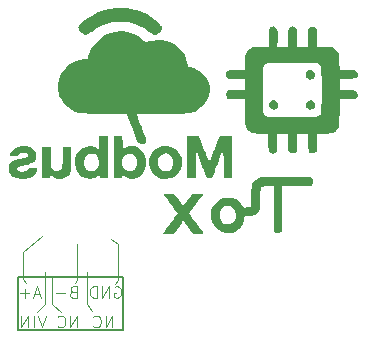
<source format=gbo>
%TF.GenerationSoftware,KiCad,Pcbnew,9.0.7*%
%TF.CreationDate,2026-01-28T21:35:42+01:00*%
%TF.ProjectId,modbus-to-x,6d6f6462-7573-42d7-946f-2d782e6b6963,rev?*%
%TF.SameCoordinates,Original*%
%TF.FileFunction,Legend,Bot*%
%TF.FilePolarity,Positive*%
%FSLAX46Y46*%
G04 Gerber Fmt 4.6, Leading zero omitted, Abs format (unit mm)*
G04 Created by KiCad (PCBNEW 9.0.7) date 2026-01-28 21:35:42*
%MOMM*%
%LPD*%
G01*
G04 APERTURE LIST*
%ADD10C,0.100000*%
%ADD11C,0.150000*%
%ADD12C,0.000000*%
G04 APERTURE END LIST*
D10*
X103000000Y-132400000D02*
X103700000Y-131700000D01*
X109600000Y-130000000D02*
X109900000Y-129700000D01*
X103700000Y-129100000D02*
X103651578Y-129003157D01*
X106200000Y-129900000D02*
X106400000Y-129700000D01*
D11*
X101400000Y-129400000D02*
X110300000Y-129400000D01*
X110300000Y-133900000D01*
X101400000Y-133900000D01*
X101400000Y-129400000D01*
D10*
X101800000Y-127300000D02*
X103438840Y-125919925D01*
X109900000Y-129700000D02*
X109900000Y-126650000D01*
X101800000Y-129600000D02*
X101800000Y-127300000D01*
X103700000Y-129100000D02*
X103700000Y-131700000D01*
X106400000Y-129700000D02*
X106400000Y-126600000D01*
X101800000Y-129600000D02*
X102100000Y-129900000D01*
X104300000Y-129400000D02*
X104300000Y-131700000D01*
X105000000Y-132400000D02*
X104300000Y-131700000D01*
X107200000Y-131700000D02*
X107200000Y-129000000D01*
X107700000Y-132300000D02*
X107200000Y-131700000D01*
X109900000Y-126650000D02*
X109248694Y-126165055D01*
X103243734Y-130886704D02*
X102767544Y-130886704D01*
X103338972Y-131172419D02*
X103005639Y-130172419D01*
X103005639Y-130172419D02*
X102672306Y-131172419D01*
X102338972Y-130791466D02*
X101577068Y-130791466D01*
X101958020Y-131172419D02*
X101958020Y-130410514D01*
X109396115Y-133672419D02*
X109396115Y-132672419D01*
X109396115Y-132672419D02*
X108824687Y-133672419D01*
X108824687Y-133672419D02*
X108824687Y-132672419D01*
X107777068Y-133577180D02*
X107824687Y-133624800D01*
X107824687Y-133624800D02*
X107967544Y-133672419D01*
X107967544Y-133672419D02*
X108062782Y-133672419D01*
X108062782Y-133672419D02*
X108205639Y-133624800D01*
X108205639Y-133624800D02*
X108300877Y-133529561D01*
X108300877Y-133529561D02*
X108348496Y-133434323D01*
X108348496Y-133434323D02*
X108396115Y-133243847D01*
X108396115Y-133243847D02*
X108396115Y-133100990D01*
X108396115Y-133100990D02*
X108348496Y-132910514D01*
X108348496Y-132910514D02*
X108300877Y-132815276D01*
X108300877Y-132815276D02*
X108205639Y-132720038D01*
X108205639Y-132720038D02*
X108062782Y-132672419D01*
X108062782Y-132672419D02*
X107967544Y-132672419D01*
X107967544Y-132672419D02*
X107824687Y-132720038D01*
X107824687Y-132720038D02*
X107777068Y-132767657D01*
X109572306Y-130220038D02*
X109667544Y-130172419D01*
X109667544Y-130172419D02*
X109810401Y-130172419D01*
X109810401Y-130172419D02*
X109953258Y-130220038D01*
X109953258Y-130220038D02*
X110048496Y-130315276D01*
X110048496Y-130315276D02*
X110096115Y-130410514D01*
X110096115Y-130410514D02*
X110143734Y-130600990D01*
X110143734Y-130600990D02*
X110143734Y-130743847D01*
X110143734Y-130743847D02*
X110096115Y-130934323D01*
X110096115Y-130934323D02*
X110048496Y-131029561D01*
X110048496Y-131029561D02*
X109953258Y-131124800D01*
X109953258Y-131124800D02*
X109810401Y-131172419D01*
X109810401Y-131172419D02*
X109715163Y-131172419D01*
X109715163Y-131172419D02*
X109572306Y-131124800D01*
X109572306Y-131124800D02*
X109524687Y-131077180D01*
X109524687Y-131077180D02*
X109524687Y-130743847D01*
X109524687Y-130743847D02*
X109715163Y-130743847D01*
X109096115Y-131172419D02*
X109096115Y-130172419D01*
X109096115Y-130172419D02*
X108524687Y-131172419D01*
X108524687Y-131172419D02*
X108524687Y-130172419D01*
X108048496Y-131172419D02*
X108048496Y-130172419D01*
X108048496Y-130172419D02*
X107810401Y-130172419D01*
X107810401Y-130172419D02*
X107667544Y-130220038D01*
X107667544Y-130220038D02*
X107572306Y-130315276D01*
X107572306Y-130315276D02*
X107524687Y-130410514D01*
X107524687Y-130410514D02*
X107477068Y-130600990D01*
X107477068Y-130600990D02*
X107477068Y-130743847D01*
X107477068Y-130743847D02*
X107524687Y-130934323D01*
X107524687Y-130934323D02*
X107572306Y-131029561D01*
X107572306Y-131029561D02*
X107667544Y-131124800D01*
X107667544Y-131124800D02*
X107810401Y-131172419D01*
X107810401Y-131172419D02*
X108048496Y-131172419D01*
X106062782Y-130648609D02*
X105919925Y-130696228D01*
X105919925Y-130696228D02*
X105872306Y-130743847D01*
X105872306Y-130743847D02*
X105824687Y-130839085D01*
X105824687Y-130839085D02*
X105824687Y-130981942D01*
X105824687Y-130981942D02*
X105872306Y-131077180D01*
X105872306Y-131077180D02*
X105919925Y-131124800D01*
X105919925Y-131124800D02*
X106015163Y-131172419D01*
X106015163Y-131172419D02*
X106396115Y-131172419D01*
X106396115Y-131172419D02*
X106396115Y-130172419D01*
X106396115Y-130172419D02*
X106062782Y-130172419D01*
X106062782Y-130172419D02*
X105967544Y-130220038D01*
X105967544Y-130220038D02*
X105919925Y-130267657D01*
X105919925Y-130267657D02*
X105872306Y-130362895D01*
X105872306Y-130362895D02*
X105872306Y-130458133D01*
X105872306Y-130458133D02*
X105919925Y-130553371D01*
X105919925Y-130553371D02*
X105967544Y-130600990D01*
X105967544Y-130600990D02*
X106062782Y-130648609D01*
X106062782Y-130648609D02*
X106396115Y-130648609D01*
X105396115Y-130791466D02*
X104634211Y-130791466D01*
X106396115Y-133672419D02*
X106396115Y-132672419D01*
X106396115Y-132672419D02*
X105824687Y-133672419D01*
X105824687Y-133672419D02*
X105824687Y-132672419D01*
X104777068Y-133577180D02*
X104824687Y-133624800D01*
X104824687Y-133624800D02*
X104967544Y-133672419D01*
X104967544Y-133672419D02*
X105062782Y-133672419D01*
X105062782Y-133672419D02*
X105205639Y-133624800D01*
X105205639Y-133624800D02*
X105300877Y-133529561D01*
X105300877Y-133529561D02*
X105348496Y-133434323D01*
X105348496Y-133434323D02*
X105396115Y-133243847D01*
X105396115Y-133243847D02*
X105396115Y-133100990D01*
X105396115Y-133100990D02*
X105348496Y-132910514D01*
X105348496Y-132910514D02*
X105300877Y-132815276D01*
X105300877Y-132815276D02*
X105205639Y-132720038D01*
X105205639Y-132720038D02*
X105062782Y-132672419D01*
X105062782Y-132672419D02*
X104967544Y-132672419D01*
X104967544Y-132672419D02*
X104824687Y-132720038D01*
X104824687Y-132720038D02*
X104777068Y-132767657D01*
X103738972Y-132672419D02*
X103405639Y-133672419D01*
X103405639Y-133672419D02*
X103072306Y-132672419D01*
X102738972Y-133672419D02*
X102738972Y-132672419D01*
X102262782Y-133672419D02*
X102262782Y-132672419D01*
X102262782Y-132672419D02*
X101691354Y-133672419D01*
X101691354Y-133672419D02*
X101691354Y-132672419D01*
D12*
%TO.C,G\u002A\u002A\u002A*%
G36*
X126357002Y-114512879D02*
G01*
X126425557Y-114557941D01*
X126521957Y-114680465D01*
X126557755Y-114828001D01*
X126530410Y-114981315D01*
X126437379Y-115121173D01*
X126398934Y-115157087D01*
X126294074Y-115218922D01*
X126160835Y-115235398D01*
X126010687Y-115208094D01*
X125881556Y-115124941D01*
X125797361Y-115002495D01*
X125765091Y-114857625D01*
X125791738Y-114707199D01*
X125884291Y-114568084D01*
X126022301Y-114475838D01*
X126181576Y-114456423D01*
X126357002Y-114512879D01*
G37*
G36*
X126209352Y-111876889D02*
G01*
X126329191Y-111926509D01*
X126439467Y-112025550D01*
X126520248Y-112151976D01*
X126551604Y-112283752D01*
X126539478Y-112414033D01*
X126480799Y-112542278D01*
X126365007Y-112634485D01*
X126329599Y-112651987D01*
X126163020Y-112690794D01*
X126010497Y-112661830D01*
X125885397Y-112573659D01*
X125801087Y-112434843D01*
X125770935Y-112253944D01*
X125796045Y-112127967D01*
X125883484Y-111997610D01*
X126017620Y-111908065D01*
X126181712Y-111874783D01*
X126209352Y-111876889D01*
G37*
G36*
X123126937Y-114463602D02*
G01*
X123200162Y-114501796D01*
X123292589Y-114586721D01*
X123341691Y-114637209D01*
X123401448Y-114715322D01*
X123421130Y-114790388D01*
X123413327Y-114894505D01*
X123380846Y-115019656D01*
X123288918Y-115147414D01*
X123216201Y-115197275D01*
X123069474Y-115239305D01*
X122923262Y-115221399D01*
X122792872Y-115153225D01*
X122693611Y-115044449D01*
X122640786Y-114904738D01*
X122649706Y-114743758D01*
X122703232Y-114621751D01*
X122818815Y-114517334D01*
X122991480Y-114465088D01*
X123041399Y-114459408D01*
X123126937Y-114463602D01*
G37*
G36*
X104160673Y-119231013D02*
G01*
X104160693Y-119280270D01*
X104161511Y-119547965D01*
X104164181Y-119750664D01*
X104169612Y-119899719D01*
X104178712Y-120006479D01*
X104192387Y-120082295D01*
X104211547Y-120138519D01*
X104237099Y-120186501D01*
X104260049Y-120220749D01*
X104397472Y-120348038D01*
X104570932Y-120419003D01*
X104760709Y-120428508D01*
X104947085Y-120371418D01*
X105002533Y-120338679D01*
X105060381Y-120286772D01*
X105103986Y-120215271D01*
X105135295Y-120114423D01*
X105156255Y-119974474D01*
X105168816Y-119785673D01*
X105174924Y-119538266D01*
X105176527Y-119222499D01*
X105176527Y-118400629D01*
X105547758Y-118400629D01*
X105918989Y-118400629D01*
X105918989Y-119331382D01*
X105918773Y-119477342D01*
X105915675Y-119799124D01*
X105907459Y-120056811D01*
X105892295Y-120260469D01*
X105868352Y-120420165D01*
X105833800Y-120545967D01*
X105786808Y-120647940D01*
X105725545Y-120736151D01*
X105648182Y-120820667D01*
X105596049Y-120867782D01*
X105459740Y-120964562D01*
X105327950Y-121030351D01*
X105087943Y-121087411D01*
X104804860Y-121087886D01*
X104534773Y-121018316D01*
X104292238Y-120880804D01*
X104205414Y-120817334D01*
X104149070Y-120791857D01*
X104125931Y-120819341D01*
X104121450Y-120901552D01*
X104121450Y-121018783D01*
X103769758Y-121018783D01*
X103418066Y-121018783D01*
X103418066Y-119709706D01*
X103418066Y-118400629D01*
X103789297Y-118400629D01*
X104160527Y-118400629D01*
X104160673Y-119231013D01*
G37*
G36*
X115277699Y-119951292D02*
G01*
X115201232Y-120239952D01*
X115067513Y-120503059D01*
X114880754Y-120730277D01*
X114645163Y-120911271D01*
X114364952Y-121035706D01*
X114358090Y-121037756D01*
X114223555Y-121065173D01*
X114049276Y-121085079D01*
X113871143Y-121093287D01*
X113630052Y-121077252D01*
X113319801Y-120997044D01*
X113050120Y-120853175D01*
X112826460Y-120649784D01*
X112654268Y-120391014D01*
X112538995Y-120081004D01*
X112498965Y-119850033D01*
X112501555Y-119692032D01*
X113238943Y-119692032D01*
X113261731Y-119911486D01*
X113336861Y-120112440D01*
X113461500Y-120279493D01*
X113632815Y-120397247D01*
X113751005Y-120440611D01*
X113961496Y-120462154D01*
X114158769Y-120406679D01*
X114342149Y-120274302D01*
X114444508Y-120140966D01*
X114523403Y-119937791D01*
X114548366Y-119709722D01*
X114517763Y-119475734D01*
X114429961Y-119254802D01*
X114424595Y-119245450D01*
X114292864Y-119089868D01*
X114123932Y-118991211D01*
X113934505Y-118950576D01*
X113741289Y-118969063D01*
X113560989Y-119047768D01*
X113410309Y-119187790D01*
X113361723Y-119259216D01*
X113271329Y-119469476D01*
X113238943Y-119692032D01*
X112501555Y-119692032D01*
X112504298Y-119524723D01*
X112579839Y-119213829D01*
X112722325Y-118929070D01*
X112928493Y-118682166D01*
X113039665Y-118584649D01*
X113214905Y-118468026D01*
X113404980Y-118393365D01*
X113630036Y-118353688D01*
X113910220Y-118342013D01*
X114033769Y-118342810D01*
X114188337Y-118349408D01*
X114303989Y-118366283D01*
X114405067Y-118397689D01*
X114515912Y-118447880D01*
X114763828Y-118601817D01*
X114984678Y-118822103D01*
X115153554Y-119099657D01*
X115242040Y-119338658D01*
X115292705Y-119647416D01*
X115289628Y-119709722D01*
X115277699Y-119951292D01*
G37*
G36*
X109006066Y-121018783D02*
G01*
X108654374Y-121018783D01*
X108302681Y-121018783D01*
X108302681Y-120874702D01*
X108302681Y-120730622D01*
X108191560Y-120837083D01*
X108150360Y-120871723D01*
X108025657Y-120952318D01*
X107888714Y-121018412D01*
X107743968Y-121063561D01*
X107462272Y-121096133D01*
X107179877Y-121064597D01*
X106915569Y-120972033D01*
X106688132Y-120821522D01*
X106583392Y-120717610D01*
X106406709Y-120462947D01*
X106290954Y-120164493D01*
X106239367Y-119829405D01*
X106236946Y-119761587D01*
X106245149Y-119646825D01*
X106993885Y-119646825D01*
X106997804Y-119859850D01*
X107043176Y-120059166D01*
X107130814Y-120227788D01*
X107261534Y-120348733D01*
X107438269Y-120425522D01*
X107646758Y-120449230D01*
X107843359Y-120406254D01*
X108014919Y-120302231D01*
X108148287Y-120142795D01*
X108230312Y-119933583D01*
X108249501Y-119798764D01*
X108244574Y-119576849D01*
X108201807Y-119364963D01*
X108125630Y-119194383D01*
X108060427Y-119115567D01*
X107903380Y-119009251D01*
X107714646Y-118954998D01*
X107514982Y-118957313D01*
X107325149Y-119020701D01*
X107222714Y-119095352D01*
X107107154Y-119247592D01*
X107030607Y-119437078D01*
X106993885Y-119646825D01*
X106245149Y-119646825D01*
X106261205Y-119422205D01*
X106343712Y-119116381D01*
X106479123Y-118850796D01*
X106662098Y-118632127D01*
X106887295Y-118467053D01*
X107149372Y-118362254D01*
X107442989Y-118324408D01*
X107693611Y-118341930D01*
X107908549Y-118405685D01*
X108084216Y-118519991D01*
X108121743Y-118552096D01*
X108198015Y-118611523D01*
X108239455Y-118635090D01*
X108243782Y-118625599D01*
X108251620Y-118554759D01*
X108257907Y-118426030D01*
X108262087Y-118252920D01*
X108263604Y-118048937D01*
X108263604Y-117462783D01*
X108634835Y-117462783D01*
X109006066Y-117462783D01*
X109006066Y-119240783D01*
X109006066Y-119798764D01*
X109006066Y-121018783D01*
G37*
G36*
X110593502Y-106642147D02*
G01*
X110998884Y-106707000D01*
X111389736Y-106798923D01*
X111734912Y-106911560D01*
X111923309Y-106990318D01*
X112307065Y-107182084D01*
X112685897Y-107409230D01*
X113035606Y-107656642D01*
X113331997Y-107909205D01*
X113334654Y-107911746D01*
X113457889Y-108034745D01*
X113532094Y-108124899D01*
X113568433Y-108198692D01*
X113578066Y-108272607D01*
X113561092Y-108391337D01*
X113480471Y-108567785D01*
X113345075Y-108729948D01*
X113167758Y-108859441D01*
X113151672Y-108867991D01*
X113051586Y-108903144D01*
X112947301Y-108901242D01*
X112825832Y-108857956D01*
X112674196Y-108768954D01*
X112479406Y-108629908D01*
X112369765Y-108550439D01*
X112036002Y-108335944D01*
X111684143Y-108144970D01*
X111337285Y-107989360D01*
X111018527Y-107880955D01*
X110953235Y-107863854D01*
X110821090Y-107835056D01*
X110684130Y-107815536D01*
X110524034Y-107803676D01*
X110322479Y-107797861D01*
X110061143Y-107796473D01*
X110003993Y-107796561D01*
X109769348Y-107798377D01*
X109590563Y-107803949D01*
X109449170Y-107815261D01*
X109326703Y-107834294D01*
X109204696Y-107863032D01*
X109064681Y-107903457D01*
X108601788Y-108072626D01*
X108095824Y-108325233D01*
X107630694Y-108631134D01*
X107617625Y-108640953D01*
X107429711Y-108776084D01*
X107284381Y-108861707D01*
X107166741Y-108900137D01*
X107061899Y-108893689D01*
X106954961Y-108844677D01*
X106831036Y-108755416D01*
X106730624Y-108668073D01*
X106596982Y-108511655D01*
X106524579Y-108361476D01*
X106519497Y-108227834D01*
X106554505Y-108151203D01*
X106661288Y-108018377D01*
X106831622Y-107859230D01*
X107061240Y-107677632D01*
X107345878Y-107477459D01*
X107661681Y-107277668D01*
X108173363Y-107007331D01*
X108681364Y-106808514D01*
X109194962Y-106678482D01*
X109723436Y-106614500D01*
X110276066Y-106613834D01*
X110593502Y-106642147D01*
G37*
G36*
X112228306Y-119748549D02*
G01*
X112201785Y-120039343D01*
X112133177Y-120295571D01*
X112081922Y-120404857D01*
X111950324Y-120603872D01*
X111784951Y-120787339D01*
X111604743Y-120935548D01*
X111428640Y-121028788D01*
X111419336Y-121032020D01*
X111183816Y-121084468D01*
X110939554Y-121090386D01*
X110706309Y-121052871D01*
X110503846Y-120975022D01*
X110351926Y-120859940D01*
X110336450Y-120843346D01*
X110267924Y-120790844D01*
X110229465Y-120809873D01*
X110217450Y-120901552D01*
X110217450Y-121018783D01*
X109865758Y-121018783D01*
X109514066Y-121018783D01*
X109514066Y-119623504D01*
X110229529Y-119623504D01*
X110233181Y-119857758D01*
X110293505Y-120073253D01*
X110405389Y-120248218D01*
X110562824Y-120369213D01*
X110675254Y-120413397D01*
X110883341Y-120441470D01*
X111084452Y-120407304D01*
X111256215Y-120312720D01*
X111295206Y-120275142D01*
X111390581Y-120121901D01*
X111449367Y-119926356D01*
X111468943Y-119709937D01*
X111446690Y-119494074D01*
X111379989Y-119300196D01*
X111363854Y-119269761D01*
X111242029Y-119103787D01*
X111090058Y-119003737D01*
X110894438Y-118960152D01*
X110715017Y-118969510D01*
X110531603Y-119043400D01*
X110386041Y-119180529D01*
X110283595Y-119375648D01*
X110229529Y-119623504D01*
X109514066Y-119623504D01*
X109514066Y-119239316D01*
X109514066Y-117459850D01*
X109875527Y-117471085D01*
X110236989Y-117482321D01*
X110256527Y-118062969D01*
X110260725Y-118185681D01*
X110268119Y-118372817D01*
X110275902Y-118496986D01*
X110285891Y-118568231D01*
X110299900Y-118596590D01*
X110319744Y-118592104D01*
X110347237Y-118564813D01*
X110387194Y-118530019D01*
X110492418Y-118462764D01*
X110619204Y-118399629D01*
X110818815Y-118343172D01*
X111066785Y-118326791D01*
X111314827Y-118356636D01*
X111530926Y-118431583D01*
X111543640Y-118438292D01*
X111715581Y-118561409D01*
X111885295Y-118734478D01*
X112032300Y-118933684D01*
X112136112Y-119135211D01*
X112154770Y-119187696D01*
X112212660Y-119454297D01*
X112226253Y-119709937D01*
X112228306Y-119748549D01*
G37*
G36*
X119518431Y-118234552D02*
G01*
X119518612Y-118431399D01*
X119518954Y-118771991D01*
X119519348Y-119136563D01*
X119519758Y-119492553D01*
X119520149Y-119807398D01*
X119520185Y-119835566D01*
X119520402Y-120092402D01*
X119520430Y-120334474D01*
X119520277Y-120545934D01*
X119519956Y-120710934D01*
X119519477Y-120813629D01*
X119517758Y-121018783D01*
X119166615Y-121018783D01*
X118815471Y-121018783D01*
X118805153Y-119782632D01*
X118794835Y-118546482D01*
X118453837Y-119440709D01*
X118402108Y-119576426D01*
X118298385Y-119848917D01*
X118198890Y-120110742D01*
X118109536Y-120346314D01*
X118036239Y-120540047D01*
X117984913Y-120676357D01*
X117856989Y-121017778D01*
X117618911Y-121018280D01*
X117380832Y-121018783D01*
X117146720Y-120422860D01*
X117125977Y-120369961D01*
X117018791Y-120094383D01*
X116900298Y-119786830D01*
X116783504Y-119481165D01*
X116681414Y-119211252D01*
X116450220Y-118595568D01*
X116439894Y-119807175D01*
X116429568Y-121018783D01*
X116058496Y-121018783D01*
X115687423Y-121018783D01*
X115697591Y-119250552D01*
X115707758Y-117482321D01*
X116215758Y-117482321D01*
X116723758Y-117482321D01*
X116847791Y-117794937D01*
X116857398Y-117819269D01*
X116914457Y-117966179D01*
X116991061Y-118166060D01*
X117080926Y-118402400D01*
X117177767Y-118658684D01*
X117275301Y-118918398D01*
X117317323Y-119030109D01*
X117402870Y-119253905D01*
X117478164Y-119446072D01*
X117539018Y-119596184D01*
X117581244Y-119693812D01*
X117600653Y-119728528D01*
X117603819Y-119724817D01*
X117630374Y-119668090D01*
X117679362Y-119549969D01*
X117747221Y-119379482D01*
X117830387Y-119165662D01*
X117925300Y-118917539D01*
X118028396Y-118644143D01*
X118058777Y-118563174D01*
X118161206Y-118292435D01*
X118255272Y-118047125D01*
X118337220Y-117836818D01*
X118403294Y-117671085D01*
X118449738Y-117559498D01*
X118472796Y-117511629D01*
X118513370Y-117490893D01*
X118613649Y-117474873D01*
X118778472Y-117465705D01*
X119014543Y-117462783D01*
X119517758Y-117462783D01*
X119518431Y-118234552D01*
G37*
G36*
X102174918Y-118355480D02*
G01*
X102443187Y-118433308D01*
X102661287Y-118556191D01*
X102823791Y-118720538D01*
X102925274Y-118922757D01*
X102960308Y-119159258D01*
X102958103Y-119230748D01*
X102924651Y-119414777D01*
X102845861Y-119567176D01*
X102715212Y-119693123D01*
X102526183Y-119797797D01*
X102272252Y-119886376D01*
X101946900Y-119964039D01*
X101818717Y-119990758D01*
X101622303Y-120036503D01*
X101485859Y-120078117D01*
X101397933Y-120120404D01*
X101347073Y-120168166D01*
X101321825Y-120226208D01*
X101316588Y-120295110D01*
X101365062Y-120391131D01*
X101481843Y-120459434D01*
X101662839Y-120496770D01*
X101788906Y-120502741D01*
X101994916Y-120476696D01*
X102149717Y-120403854D01*
X102245758Y-120286936D01*
X102270189Y-120237921D01*
X102313441Y-120186388D01*
X102381015Y-120165731D01*
X102499758Y-120162833D01*
X102547845Y-120163962D01*
X102717433Y-120174329D01*
X102870989Y-120191392D01*
X102934437Y-120201637D01*
X103009585Y-120223596D01*
X103036294Y-120262383D01*
X103033879Y-120335034D01*
X103021228Y-120406816D01*
X102935697Y-120603800D01*
X102783627Y-120780751D01*
X102573235Y-120929610D01*
X102312735Y-121042320D01*
X102206897Y-121066044D01*
X102001643Y-121084515D01*
X101734197Y-121086220D01*
X101561874Y-121080701D01*
X101416115Y-121069455D01*
X101304686Y-121048556D01*
X101204117Y-121013371D01*
X101090942Y-120959269D01*
X101011230Y-120914621D01*
X100811546Y-120754535D01*
X100677908Y-120561584D01*
X100614956Y-120341789D01*
X100614243Y-120093029D01*
X100676824Y-119878817D01*
X100805100Y-119705483D01*
X101000423Y-119570321D01*
X101081199Y-119537557D01*
X101228611Y-119491017D01*
X101411508Y-119441872D01*
X101607561Y-119396515D01*
X101779718Y-119357265D01*
X101949429Y-119312711D01*
X102080723Y-119271866D01*
X102154426Y-119240209D01*
X102210360Y-119192373D01*
X102248593Y-119104942D01*
X102224113Y-119018149D01*
X102145490Y-118942791D01*
X102021296Y-118889661D01*
X101860102Y-118869552D01*
X101696948Y-118883569D01*
X101542234Y-118943389D01*
X101434930Y-119054193D01*
X101401776Y-119102601D01*
X101362018Y-119135983D01*
X101301037Y-119152110D01*
X101199878Y-119155634D01*
X101039589Y-119151206D01*
X100712651Y-119139782D01*
X100737183Y-119017118D01*
X100806962Y-118809826D01*
X100944845Y-118617306D01*
X101142615Y-118471923D01*
X101397639Y-118375544D01*
X101707283Y-118330032D01*
X101861909Y-118326300D01*
X102174918Y-118355480D01*
G37*
G36*
X116806917Y-122347842D02*
G01*
X116945786Y-122350495D01*
X117028346Y-122357282D01*
X117065872Y-122370126D01*
X117069636Y-122390949D01*
X117050909Y-122421674D01*
X117036184Y-122441843D01*
X116976562Y-122522832D01*
X116881642Y-122651387D01*
X116758788Y-122817544D01*
X116615366Y-123011340D01*
X116458740Y-123222810D01*
X116371895Y-123340358D01*
X116225046Y-123540759D01*
X116097517Y-123716870D01*
X115996169Y-123859110D01*
X115927866Y-123957896D01*
X115899470Y-124003648D01*
X115901983Y-124019120D01*
X115940265Y-124092454D01*
X116018391Y-124214975D01*
X116130750Y-124378407D01*
X116271735Y-124574473D01*
X116435734Y-124794897D01*
X116524910Y-124912957D01*
X116683417Y-125122893D01*
X116826981Y-125313150D01*
X116947557Y-125473059D01*
X117037101Y-125591954D01*
X117087566Y-125659167D01*
X117182419Y-125786167D01*
X116718590Y-125786167D01*
X116254761Y-125786167D01*
X115828511Y-125201280D01*
X115402260Y-124616393D01*
X115261932Y-124809932D01*
X115080350Y-125060539D01*
X114936320Y-125259797D01*
X114827237Y-125411429D01*
X114747524Y-125523264D01*
X114691602Y-125603127D01*
X114653892Y-125658845D01*
X114628818Y-125698244D01*
X114613068Y-125722003D01*
X114581289Y-125751851D01*
X114530436Y-125770661D01*
X114445739Y-125780963D01*
X114312431Y-125785288D01*
X114115743Y-125786167D01*
X113939221Y-125783905D01*
X113792243Y-125777619D01*
X113692929Y-125768279D01*
X113656520Y-125756860D01*
X113678880Y-125719212D01*
X113742099Y-125627459D01*
X113840086Y-125490086D01*
X113966750Y-125315549D01*
X114116002Y-125112305D01*
X114281751Y-124888808D01*
X114446579Y-124666383D01*
X114595964Y-124462465D01*
X114722761Y-124286975D01*
X114820876Y-124148425D01*
X114884214Y-124055323D01*
X114906681Y-124016179D01*
X114893903Y-123992139D01*
X114840119Y-123912083D01*
X114750209Y-123785334D01*
X114630576Y-123620769D01*
X114487622Y-123427263D01*
X114327750Y-123213692D01*
X114208964Y-123055773D01*
X114057664Y-122853958D01*
X113926298Y-122677963D01*
X113821662Y-122536923D01*
X113750548Y-122439972D01*
X113719752Y-122396244D01*
X113716791Y-122384688D01*
X113741858Y-122366876D01*
X113816421Y-122355660D01*
X113950008Y-122349995D01*
X114152144Y-122348837D01*
X114613604Y-122350275D01*
X115002248Y-122891234D01*
X115390892Y-123432193D01*
X115738841Y-122938641D01*
X115804116Y-122845687D01*
X115918525Y-122680867D01*
X116012637Y-122542820D01*
X116078112Y-122443845D01*
X116106609Y-122396244D01*
X116107384Y-122394581D01*
X116145317Y-122372790D01*
X116237326Y-122358173D01*
X116391387Y-122349964D01*
X116615475Y-122347398D01*
X116806917Y-122347842D01*
G37*
G36*
X121389080Y-124196989D02*
G01*
X121182912Y-124245797D01*
X120920225Y-124261309D01*
X120583769Y-124262167D01*
X120561116Y-124481655D01*
X120538788Y-124615515D01*
X120442499Y-124889530D01*
X120289119Y-125143440D01*
X120091173Y-125358720D01*
X119861185Y-125516846D01*
X119769299Y-125559454D01*
X119513418Y-125644126D01*
X119250691Y-125689950D01*
X119013642Y-125690273D01*
X118992210Y-125687591D01*
X118700625Y-125611361D01*
X118423478Y-125469776D01*
X118176086Y-125274738D01*
X117973769Y-125038152D01*
X117831845Y-124771922D01*
X117791042Y-124638410D01*
X117750327Y-124376979D01*
X117745942Y-124181169D01*
X118500345Y-124181169D01*
X118525865Y-124400440D01*
X118596417Y-124601489D01*
X118710874Y-124768343D01*
X118868105Y-124885034D01*
X119066944Y-124952407D01*
X119269316Y-124951921D01*
X119480171Y-124877629D01*
X119609247Y-124794452D01*
X119744533Y-124636009D01*
X119823651Y-124427394D01*
X119848736Y-124164475D01*
X119847489Y-124109252D01*
X119807159Y-123846902D01*
X119710502Y-123637212D01*
X119558091Y-123481523D01*
X119553259Y-123478120D01*
X119363688Y-123390184D01*
X119155383Y-123366694D01*
X118950423Y-123406856D01*
X118770886Y-123509875D01*
X118705275Y-123573710D01*
X118588921Y-123751834D01*
X118520988Y-123959643D01*
X118500345Y-124181169D01*
X117745942Y-124181169D01*
X117743994Y-124094202D01*
X117771982Y-123820611D01*
X117834229Y-123586739D01*
X117942384Y-123376357D01*
X118124216Y-123141911D01*
X118346324Y-122940502D01*
X118588430Y-122793461D01*
X118654937Y-122763731D01*
X118771158Y-122720059D01*
X118883369Y-122695413D01*
X119018915Y-122684927D01*
X119205143Y-122683734D01*
X119334092Y-122686355D01*
X119507497Y-122699157D01*
X119642054Y-122725729D01*
X119762339Y-122769869D01*
X119817277Y-122797121D01*
X119992895Y-122912409D01*
X120168271Y-123061932D01*
X120319612Y-123223851D01*
X120423125Y-123376330D01*
X120500478Y-123527955D01*
X120792612Y-123513203D01*
X120942629Y-123501278D01*
X121064268Y-123476986D01*
X121121269Y-123440694D01*
X121123774Y-123434860D01*
X121134637Y-123364252D01*
X121144103Y-123230956D01*
X121151622Y-123047665D01*
X121156641Y-122827070D01*
X121158609Y-122581860D01*
X121158696Y-122542525D01*
X121161470Y-122291910D01*
X121167605Y-122061349D01*
X121176468Y-121865367D01*
X121187426Y-121718486D01*
X121199848Y-121635231D01*
X121218977Y-121576780D01*
X121333678Y-121369168D01*
X121507218Y-121184069D01*
X121724434Y-121038727D01*
X121954369Y-120921090D01*
X123891525Y-120908500D01*
X123930756Y-120908251D01*
X124317170Y-120906378D01*
X124683797Y-120905621D01*
X125022298Y-120905929D01*
X125324336Y-120907249D01*
X125581574Y-120909529D01*
X125785674Y-120912719D01*
X125928299Y-120916765D01*
X126001111Y-120921617D01*
X126130983Y-120957116D01*
X126273333Y-121047697D01*
X126365536Y-121172826D01*
X126401572Y-121317747D01*
X126375424Y-121467704D01*
X126281072Y-121607942D01*
X126166847Y-121722167D01*
X124971995Y-121722167D01*
X123777143Y-121722167D01*
X123777143Y-123600865D01*
X123777143Y-125479564D01*
X123662918Y-125593789D01*
X123650358Y-125606066D01*
X123536252Y-125685233D01*
X123405912Y-125708013D01*
X123390339Y-125707788D01*
X123263429Y-125679836D01*
X123148906Y-125593789D01*
X123034681Y-125479564D01*
X123034681Y-123597593D01*
X123034681Y-121715622D01*
X122566736Y-121728664D01*
X122479102Y-121730870D01*
X122305857Y-121736239D01*
X122172792Y-121749037D01*
X122074348Y-121778090D01*
X122004965Y-121832224D01*
X121959082Y-121920264D01*
X121931138Y-122051036D01*
X121915574Y-122233366D01*
X121906828Y-122476080D01*
X121899342Y-122788003D01*
X121890976Y-123086295D01*
X121880764Y-123331972D01*
X121867038Y-123521061D01*
X121847756Y-123664579D01*
X121820880Y-123773547D01*
X121784367Y-123858981D01*
X121736178Y-123931901D01*
X121674272Y-124003326D01*
X121555322Y-124109209D01*
X121450657Y-124164475D01*
X121389080Y-124196989D01*
G37*
G36*
X110337688Y-108613482D02*
G01*
X110589064Y-108652096D01*
X110939813Y-108735807D01*
X111366463Y-108901322D01*
X111758462Y-109126314D01*
X112101154Y-109403501D01*
X112245935Y-109542596D01*
X112545741Y-109453593D01*
X112711004Y-109409719D01*
X113146487Y-109345464D01*
X113576748Y-109358284D01*
X114005276Y-109448481D01*
X114435563Y-109616354D01*
X114608108Y-109705699D01*
X114759915Y-109804003D01*
X114909000Y-109926461D01*
X115080774Y-110091796D01*
X115106521Y-110117950D01*
X115333116Y-110375312D01*
X115503238Y-110632548D01*
X115631357Y-110915386D01*
X115731943Y-111249552D01*
X115748473Y-111315188D01*
X115785112Y-111454684D01*
X115813566Y-111554776D01*
X115828744Y-111597184D01*
X115850242Y-111605678D01*
X115931258Y-111624287D01*
X116048877Y-111645082D01*
X116054074Y-111645914D01*
X116313657Y-111717457D01*
X116587788Y-111843952D01*
X116853018Y-112012612D01*
X117085896Y-112210646D01*
X117183538Y-112315801D01*
X117395480Y-112619129D01*
X117540367Y-112953059D01*
X117616807Y-113308463D01*
X117623410Y-113676215D01*
X117558782Y-114047188D01*
X117421534Y-114412255D01*
X117398266Y-114456885D01*
X117265816Y-114652655D01*
X117086630Y-114858218D01*
X116879987Y-115054824D01*
X116665161Y-115223723D01*
X116461429Y-115346165D01*
X116455211Y-115349177D01*
X116351606Y-115398081D01*
X116253957Y-115439742D01*
X116155254Y-115474741D01*
X116048490Y-115503661D01*
X115926653Y-115527084D01*
X115782737Y-115545592D01*
X115609730Y-115559766D01*
X115400624Y-115570190D01*
X115148411Y-115577444D01*
X114846081Y-115582112D01*
X114486624Y-115584774D01*
X114063033Y-115586013D01*
X113568297Y-115586412D01*
X113359902Y-115586555D01*
X112974744Y-115587232D01*
X112617787Y-115588392D01*
X112296170Y-115589980D01*
X112017026Y-115591943D01*
X111787492Y-115594225D01*
X111614705Y-115596772D01*
X111505800Y-115599530D01*
X111467912Y-115602444D01*
X111469042Y-115606738D01*
X111488996Y-115665735D01*
X111531335Y-115786260D01*
X111592765Y-115959072D01*
X111669995Y-116174933D01*
X111759732Y-116424604D01*
X111858681Y-116698846D01*
X111885557Y-116773357D01*
X111982830Y-117045797D01*
X112069907Y-117293930D01*
X112143447Y-117507943D01*
X112200111Y-117678019D01*
X112236559Y-117794345D01*
X112249450Y-117847105D01*
X112249355Y-117851950D01*
X112215345Y-117956205D01*
X112137262Y-118059192D01*
X112040115Y-118127419D01*
X111945547Y-118156210D01*
X111826767Y-118153489D01*
X111685323Y-118100868D01*
X111648645Y-118083631D01*
X111614715Y-118065232D01*
X111583231Y-118040704D01*
X111551509Y-118003938D01*
X111516866Y-117948828D01*
X111476616Y-117869266D01*
X111428076Y-117759143D01*
X111368561Y-117612354D01*
X111295389Y-117422789D01*
X111205873Y-117184342D01*
X111097332Y-116890904D01*
X110967080Y-116536369D01*
X110812433Y-116114629D01*
X110626129Y-115606629D01*
X108653559Y-115585194D01*
X108597502Y-115584586D01*
X108144345Y-115579611D01*
X107760958Y-115574753D01*
X107439815Y-115569178D01*
X107173392Y-115562050D01*
X106954162Y-115552532D01*
X106774602Y-115539789D01*
X106627185Y-115522986D01*
X106504387Y-115501287D01*
X106398683Y-115473856D01*
X106302547Y-115439857D01*
X106208455Y-115398455D01*
X106108882Y-115348815D01*
X105996301Y-115290099D01*
X105952883Y-115266762D01*
X105616578Y-115037767D01*
X105323085Y-114750024D01*
X105082315Y-114414847D01*
X104904182Y-114043552D01*
X104856099Y-113881295D01*
X104809611Y-113607727D01*
X104790377Y-113311670D01*
X104799937Y-113023490D01*
X104839829Y-112773552D01*
X104962383Y-112411305D01*
X105164222Y-112031486D01*
X105425639Y-111694426D01*
X105462074Y-111656002D01*
X105784382Y-111375906D01*
X106142075Y-111165440D01*
X106535625Y-111024375D01*
X106965505Y-110952485D01*
X107286695Y-110925699D01*
X107327119Y-110765241D01*
X107391299Y-110549384D01*
X107574570Y-110132670D01*
X107824460Y-109750439D01*
X108134850Y-109412937D01*
X108386341Y-109200813D01*
X108769834Y-108949348D01*
X109176610Y-108767062D01*
X109616746Y-108648757D01*
X109734605Y-108627575D01*
X109940381Y-108601325D01*
X110131435Y-108596593D01*
X110337688Y-108613482D01*
G37*
G36*
X128622681Y-113594167D02*
G01*
X129238143Y-113594743D01*
X129450824Y-113596021D01*
X129662232Y-113602385D01*
X129817333Y-113616953D01*
X129928359Y-113642847D01*
X130007538Y-113683190D01*
X130067101Y-113741104D01*
X130119279Y-113819713D01*
X130170577Y-113963097D01*
X130148542Y-114104155D01*
X130049176Y-114242302D01*
X130012580Y-114276294D01*
X129972503Y-114301204D01*
X129916905Y-114318101D01*
X129833258Y-114328538D01*
X129709037Y-114334069D01*
X129531714Y-114336248D01*
X129288765Y-114336629D01*
X128622681Y-114336629D01*
X128622681Y-115365075D01*
X128621811Y-115673428D01*
X128617588Y-115976630D01*
X128608359Y-116219703D01*
X128592497Y-116412429D01*
X128568374Y-116564590D01*
X128534361Y-116685967D01*
X128488831Y-116786344D01*
X128430155Y-116875500D01*
X128356707Y-116963219D01*
X128297136Y-117026650D01*
X128195640Y-117116720D01*
X128087568Y-117181267D01*
X127958635Y-117224408D01*
X127794559Y-117250257D01*
X127581053Y-117262929D01*
X127303835Y-117266540D01*
X126707912Y-117267398D01*
X126707912Y-117993327D01*
X126707912Y-118719256D01*
X126593687Y-118833481D01*
X126591932Y-118835230D01*
X126473502Y-118921982D01*
X126342883Y-118947706D01*
X126239108Y-118943607D01*
X126145868Y-118923674D01*
X126076408Y-118878961D01*
X126027291Y-118800584D01*
X125995077Y-118679656D01*
X125976325Y-118507294D01*
X125967596Y-118274611D01*
X125965450Y-117972723D01*
X125965450Y-117267398D01*
X125498896Y-117267398D01*
X125032341Y-117267398D01*
X125020204Y-118013324D01*
X125008066Y-118759250D01*
X124898425Y-118853478D01*
X124833014Y-118899539D01*
X124679165Y-118948472D01*
X124523819Y-118930066D01*
X124388164Y-118844685D01*
X124285143Y-118741664D01*
X124285143Y-118004531D01*
X124285143Y-117267398D01*
X123816220Y-117267398D01*
X123347297Y-117267398D01*
X123347297Y-118004531D01*
X123347297Y-118741664D01*
X123244276Y-118844685D01*
X123134266Y-118921550D01*
X122982807Y-118955267D01*
X122832798Y-118923678D01*
X122706001Y-118827477D01*
X122690268Y-118808638D01*
X122658731Y-118766151D01*
X122636102Y-118719179D01*
X122620904Y-118655446D01*
X122611656Y-118562672D01*
X122606881Y-118428579D01*
X122605100Y-118240889D01*
X122604835Y-117987323D01*
X122604835Y-117267398D01*
X121987277Y-117267398D01*
X121860579Y-117267272D01*
X121658694Y-117265541D01*
X121511712Y-117260226D01*
X121404146Y-117249392D01*
X121320510Y-117231104D01*
X121245318Y-117203427D01*
X121163083Y-117164427D01*
X120986091Y-117048771D01*
X120806357Y-116852183D01*
X120682676Y-116609774D01*
X120669162Y-116554971D01*
X120655120Y-116442604D01*
X120644630Y-116277388D01*
X120637426Y-116053006D01*
X120633244Y-115763143D01*
X120631818Y-115401482D01*
X120631450Y-114336643D01*
X119923625Y-114336636D01*
X119215800Y-114336629D01*
X119112779Y-114233608D01*
X119064569Y-114174015D01*
X119010440Y-114026520D01*
X119023454Y-113869233D01*
X119103977Y-113723346D01*
X119198196Y-113613706D01*
X119914823Y-113594167D01*
X120631450Y-113574629D01*
X120631751Y-113554405D01*
X122135912Y-113554405D01*
X122135939Y-113858418D01*
X122136421Y-114265908D01*
X122138080Y-114606213D01*
X122141647Y-114885979D01*
X122147855Y-115111855D01*
X122157433Y-115290488D01*
X122171114Y-115428526D01*
X122189627Y-115532616D01*
X122213704Y-115609406D01*
X122244076Y-115665544D01*
X122281474Y-115707676D01*
X122326629Y-115742451D01*
X122380272Y-115776517D01*
X122397157Y-115786789D01*
X122428702Y-115803606D01*
X122465990Y-115817655D01*
X122515605Y-115829183D01*
X122584129Y-115838440D01*
X122678145Y-115845675D01*
X122804236Y-115851137D01*
X122968984Y-115855075D01*
X123178972Y-115857739D01*
X123440783Y-115859377D01*
X123760999Y-115860238D01*
X124146204Y-115860573D01*
X124602980Y-115860629D01*
X124952214Y-115860556D01*
X125357363Y-115860124D01*
X125695808Y-115859114D01*
X125974112Y-115857316D01*
X126198834Y-115854518D01*
X126376536Y-115850510D01*
X126513778Y-115845081D01*
X126617123Y-115838019D01*
X126693129Y-115829113D01*
X126748359Y-115818153D01*
X126789374Y-115804927D01*
X126822733Y-115789225D01*
X126830636Y-115784825D01*
X126941688Y-115695704D01*
X127027277Y-115584681D01*
X127028377Y-115582617D01*
X127044724Y-115547161D01*
X127058334Y-115503342D01*
X127069455Y-115444183D01*
X127078336Y-115362705D01*
X127085226Y-115251927D01*
X127090374Y-115104871D01*
X127094028Y-114914557D01*
X127096437Y-114674007D01*
X127097850Y-114376241D01*
X127098515Y-114014280D01*
X127098681Y-113581144D01*
X127098660Y-113271183D01*
X127098192Y-112866499D01*
X127096523Y-112528831D01*
X127092888Y-112251496D01*
X127086525Y-112027807D01*
X127076667Y-111851081D01*
X127062553Y-111714632D01*
X127043417Y-111611775D01*
X127018496Y-111535826D01*
X126987026Y-111480098D01*
X126948242Y-111437908D01*
X126901381Y-111402570D01*
X126845678Y-111367399D01*
X126836164Y-111361617D01*
X126805443Y-111345315D01*
X126768380Y-111331640D01*
X126718445Y-111320362D01*
X126649112Y-111311250D01*
X126553851Y-111304075D01*
X126426135Y-111298607D01*
X126259435Y-111294616D01*
X126047222Y-111291873D01*
X125782970Y-111290147D01*
X125460148Y-111289208D01*
X125072229Y-111288828D01*
X124612684Y-111288775D01*
X124530856Y-111288782D01*
X124083290Y-111288957D01*
X123706272Y-111289512D01*
X123393284Y-111290673D01*
X123137806Y-111292662D01*
X122933320Y-111295703D01*
X122773305Y-111300019D01*
X122651242Y-111305834D01*
X122560613Y-111313370D01*
X122494897Y-111322852D01*
X122447576Y-111334502D01*
X122412130Y-111348543D01*
X122382040Y-111365201D01*
X122341459Y-111390008D01*
X122293457Y-111422675D01*
X122253577Y-111459893D01*
X122221065Y-111508353D01*
X122195169Y-111574745D01*
X122175137Y-111665761D01*
X122160217Y-111788092D01*
X122149656Y-111948430D01*
X122142702Y-112153465D01*
X122138603Y-112409888D01*
X122136606Y-112724392D01*
X122135960Y-113103667D01*
X122135912Y-113554405D01*
X120631751Y-113554405D01*
X120638583Y-113095937D01*
X120645715Y-112617244D01*
X119941962Y-112617244D01*
X119238208Y-112617244D01*
X119123983Y-112503019D01*
X119045192Y-112397936D01*
X119003172Y-112249001D01*
X119031498Y-112103035D01*
X119129987Y-111975949D01*
X119140940Y-111966762D01*
X119184856Y-111932909D01*
X119231185Y-111908583D01*
X119292549Y-111892208D01*
X119381572Y-111882207D01*
X119510878Y-111877005D01*
X119693091Y-111875023D01*
X119940833Y-111874687D01*
X120631450Y-111874591D01*
X120637095Y-111232687D01*
X120637891Y-111149379D01*
X120641352Y-110927811D01*
X120647527Y-110765086D01*
X120658147Y-110646479D01*
X120674941Y-110557263D01*
X120699640Y-110482714D01*
X120733973Y-110408106D01*
X120765380Y-110351074D01*
X120853969Y-110222499D01*
X120943252Y-110125877D01*
X121013403Y-110069948D01*
X121103100Y-110012991D01*
X121202304Y-109972539D01*
X121324735Y-109945850D01*
X121484112Y-109930181D01*
X121694154Y-109922791D01*
X121968580Y-109920937D01*
X122624374Y-109920937D01*
X122624374Y-109159825D01*
X122624374Y-108398713D01*
X122726862Y-108296225D01*
X122739161Y-108284504D01*
X122873106Y-108208831D01*
X123022516Y-108194704D01*
X123166614Y-108236526D01*
X123284627Y-108328700D01*
X123355780Y-108465632D01*
X123362997Y-108513962D01*
X123371184Y-108638372D01*
X123376541Y-108813801D01*
X123378637Y-109024332D01*
X123377043Y-109254048D01*
X123366835Y-109921012D01*
X123825989Y-109920974D01*
X124285143Y-109920937D01*
X124285143Y-109175906D01*
X124285810Y-109019519D01*
X124290468Y-108763656D01*
X124299222Y-108561746D01*
X124311658Y-108421838D01*
X124327365Y-108351982D01*
X124368179Y-108297861D01*
X124485692Y-108221693D01*
X124631925Y-108186806D01*
X124777635Y-108202882D01*
X124817391Y-108217184D01*
X124888479Y-108254561D01*
X124941627Y-108309186D01*
X124979387Y-108391205D01*
X125004311Y-108510759D01*
X125018954Y-108677993D01*
X125025867Y-108903050D01*
X125027604Y-109196073D01*
X125027604Y-109920937D01*
X125496527Y-109920937D01*
X125965450Y-109920937D01*
X125965450Y-109157160D01*
X125965510Y-108990066D01*
X125966417Y-108769530D01*
X125969448Y-108608695D01*
X125975885Y-108496058D01*
X125987013Y-108420118D01*
X126004113Y-108369374D01*
X126028470Y-108332325D01*
X126061367Y-108297468D01*
X126101944Y-108261484D01*
X126199305Y-108214501D01*
X126336681Y-108201552D01*
X126406441Y-108204008D01*
X126521251Y-108230942D01*
X126611996Y-108297468D01*
X126632972Y-108318914D01*
X126660554Y-108353722D01*
X126680371Y-108397674D01*
X126693708Y-108462272D01*
X126701847Y-108559019D01*
X126706072Y-108699414D01*
X126707666Y-108894961D01*
X126707912Y-109157160D01*
X126707912Y-109920937D01*
X127334700Y-109920937D01*
X127515330Y-109921885D01*
X127748491Y-109928874D01*
X127925985Y-109945671D01*
X128061571Y-109975784D01*
X128169005Y-110022724D01*
X128262046Y-110090001D01*
X128354451Y-110181127D01*
X128425488Y-110261804D01*
X128491760Y-110354901D01*
X128539481Y-110455931D01*
X128572176Y-110578938D01*
X128593373Y-110737963D01*
X128606597Y-110947051D01*
X128615375Y-111220244D01*
X128631700Y-111874783D01*
X129275867Y-111874783D01*
X129920035Y-111874783D01*
X130052897Y-112007644D01*
X130092203Y-112050725D01*
X130159246Y-112147795D01*
X130185758Y-112224508D01*
X130183593Y-112255642D01*
X130145632Y-112380783D01*
X130075389Y-112499868D01*
X129992538Y-112577009D01*
X129966705Y-112584840D01*
X129865390Y-112597894D01*
X129706541Y-112608145D01*
X129503602Y-112614845D01*
X129270019Y-112617244D01*
X128622681Y-112617244D01*
X128622681Y-113105706D01*
X128622681Y-113581144D01*
X128622681Y-113594167D01*
G37*
%TD*%
M02*

</source>
